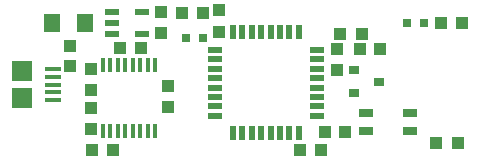
<source format=gtp>
G75*
%MOIN*%
%OFA0B0*%
%FSLAX24Y24*%
%IPPOS*%
%LPD*%
%AMOC8*
5,1,8,0,0,1.08239X$1,22.5*
%
%ADD10R,0.0126X0.0496*%
%ADD11R,0.0500X0.0220*%
%ADD12R,0.0220X0.0500*%
%ADD13R,0.0394X0.0433*%
%ADD14R,0.0433X0.0394*%
%ADD15R,0.0472X0.0217*%
%ADD16R,0.0315X0.0315*%
%ADD17R,0.0354X0.0315*%
%ADD18R,0.0551X0.0157*%
%ADD19R,0.0709X0.0709*%
%ADD20R,0.0492X0.0256*%
%ADD21R,0.0551X0.0630*%
D10*
X006135Y002636D03*
X006385Y002636D03*
X006635Y002636D03*
X006885Y002636D03*
X007135Y002636D03*
X007385Y002636D03*
X007635Y002636D03*
X007885Y002636D03*
X007885Y004824D03*
X007635Y004824D03*
X007385Y004824D03*
X007135Y004824D03*
X006885Y004824D03*
X006635Y004824D03*
X006385Y004824D03*
X006135Y004824D03*
D11*
X009882Y004715D03*
X009882Y005030D03*
X009882Y005345D03*
X009882Y004400D03*
X009882Y004085D03*
X009882Y003770D03*
X009882Y003455D03*
X009882Y003140D03*
X013262Y003140D03*
X013262Y003455D03*
X013262Y003770D03*
X013262Y004085D03*
X013262Y004400D03*
X013262Y004715D03*
X013262Y005030D03*
X013262Y005345D03*
D12*
X012674Y005933D03*
X012359Y005933D03*
X012044Y005933D03*
X011729Y005933D03*
X011415Y005933D03*
X011100Y005933D03*
X010785Y005933D03*
X010470Y005933D03*
X010470Y002553D03*
X010785Y002553D03*
X011100Y002553D03*
X011415Y002553D03*
X011729Y002553D03*
X012044Y002553D03*
X012359Y002553D03*
X012674Y002553D03*
D13*
X013960Y004676D03*
X013960Y005384D03*
X010010Y005951D03*
X010010Y006659D03*
X008072Y006597D03*
X008072Y005888D03*
X005760Y004704D03*
X005047Y004808D03*
X005047Y005477D03*
X005760Y003996D03*
X005760Y003404D03*
X005760Y002696D03*
X008310Y003426D03*
X008310Y004134D03*
D14*
X005780Y002008D03*
X006489Y002008D03*
X012718Y001993D03*
X013426Y001993D03*
X013537Y002618D03*
X014207Y002618D03*
X017255Y002230D03*
X017964Y002230D03*
X015394Y005380D03*
X014725Y005380D03*
X014764Y005880D03*
X014055Y005880D03*
X017405Y006230D03*
X018114Y006230D03*
X009489Y006555D03*
X008780Y006555D03*
X007426Y005393D03*
X006718Y005393D03*
D15*
X006433Y005868D03*
X006433Y006243D03*
X006433Y006617D03*
X007456Y006617D03*
X007456Y005868D03*
D16*
X008902Y005743D03*
X009492Y005743D03*
X016264Y006230D03*
X016855Y006230D03*
D17*
X014516Y004654D03*
X015343Y004280D03*
X014516Y003906D03*
D18*
X004490Y003924D03*
X004490Y003668D03*
X004490Y004180D03*
X004490Y004436D03*
X004490Y004692D03*
D19*
X003447Y004633D03*
X003447Y003727D03*
D20*
X014896Y003248D03*
X014896Y002637D03*
X016373Y002637D03*
X016373Y003248D03*
D21*
X005561Y006243D03*
X004458Y006243D03*
M02*

</source>
